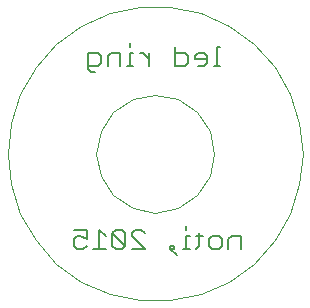
<source format=gbo>
G75*
%MOIN*%
%OFA0B0*%
%FSLAX24Y24*%
%IPPOS*%
%LPD*%
%AMOC8*
5,1,8,0,0,1.08239X$1,22.5*
%
%ADD10C,0.0010*%
%ADD11C,0.0060*%
D10*
X001735Y001335D02*
X001045Y002105D01*
X000525Y002995D01*
X000215Y003975D01*
X000105Y004995D01*
X000215Y006015D01*
X000525Y006995D01*
X001045Y007885D01*
X001735Y008655D01*
X002565Y009255D01*
X003505Y009675D01*
X004515Y009885D01*
X005535Y009885D01*
X006545Y009675D01*
X007485Y009255D01*
X008315Y008655D01*
X009005Y007885D01*
X009525Y006995D01*
X009835Y006015D01*
X009945Y004995D01*
X009835Y003975D01*
X009525Y002995D01*
X009005Y002105D01*
X008315Y001335D01*
X007485Y000735D01*
X006545Y000315D01*
X005535Y000105D01*
X004515Y000105D01*
X003505Y000315D01*
X002565Y000735D01*
X001735Y001335D01*
X003635Y003605D02*
X003205Y004245D01*
X003055Y004995D01*
X003205Y005745D01*
X003635Y006385D01*
X004275Y006815D01*
X005025Y006965D01*
X005775Y006815D01*
X006415Y006385D01*
X006845Y005745D01*
X006995Y004995D01*
X006845Y004245D01*
X006415Y003605D01*
X005775Y003175D01*
X005025Y003025D01*
X004275Y003175D01*
X003635Y003605D01*
D11*
X003707Y002466D02*
X003601Y002359D01*
X004028Y001932D01*
X003921Y001825D01*
X003707Y001825D01*
X003601Y001932D01*
X003601Y002359D01*
X003707Y002466D02*
X003921Y002466D01*
X004028Y002359D01*
X004028Y001932D01*
X004245Y001825D02*
X004672Y001825D01*
X004245Y002252D01*
X004245Y002359D01*
X004352Y002466D01*
X004565Y002466D01*
X004672Y002359D01*
X005533Y001932D02*
X005533Y001825D01*
X005640Y001825D01*
X005640Y001932D01*
X005533Y001932D01*
X005533Y001825D02*
X005747Y001611D01*
X005963Y001825D02*
X006176Y001825D01*
X006069Y001825D02*
X006069Y002252D01*
X006176Y002252D01*
X006392Y002252D02*
X006606Y002252D01*
X006499Y002359D02*
X006499Y001932D01*
X006392Y001825D01*
X006823Y001932D02*
X006823Y002145D01*
X006930Y002252D01*
X007144Y002252D01*
X007250Y002145D01*
X007250Y001932D01*
X007144Y001825D01*
X006930Y001825D01*
X006823Y001932D01*
X007468Y001825D02*
X007468Y002145D01*
X007575Y002252D01*
X007895Y002252D01*
X007895Y001825D01*
X006069Y002466D02*
X006069Y002572D01*
X003383Y002252D02*
X003170Y002466D01*
X003170Y001825D01*
X003383Y001825D02*
X002956Y001825D01*
X002739Y001932D02*
X002632Y001825D01*
X002418Y001825D01*
X002312Y001932D01*
X002312Y002145D01*
X002418Y002252D01*
X002525Y002252D01*
X002739Y002145D01*
X002739Y002466D01*
X002312Y002466D01*
X002900Y007711D02*
X002793Y007818D01*
X002793Y008352D01*
X003114Y008352D01*
X003220Y008245D01*
X003220Y008032D01*
X003114Y007925D01*
X002793Y007925D01*
X002900Y007711D02*
X003007Y007711D01*
X003438Y007925D02*
X003438Y008245D01*
X003545Y008352D01*
X003865Y008352D01*
X003865Y007925D01*
X004081Y007925D02*
X004295Y007925D01*
X004188Y007925D02*
X004188Y008352D01*
X004295Y008352D01*
X004511Y008352D02*
X004618Y008352D01*
X004832Y008139D01*
X004832Y008352D02*
X004832Y007925D01*
X004188Y008566D02*
X004188Y008672D01*
X005694Y008566D02*
X005694Y007925D01*
X006014Y007925D01*
X006121Y008032D01*
X006121Y008245D01*
X006014Y008352D01*
X005694Y008352D01*
X006338Y008245D02*
X006338Y008139D01*
X006765Y008139D01*
X006765Y008245D02*
X006765Y008032D01*
X006659Y007925D01*
X006445Y007925D01*
X006338Y008245D02*
X006445Y008352D01*
X006659Y008352D01*
X006765Y008245D01*
X006981Y007925D02*
X007195Y007925D01*
X007088Y007925D02*
X007088Y008566D01*
X007195Y008566D01*
M02*

</source>
